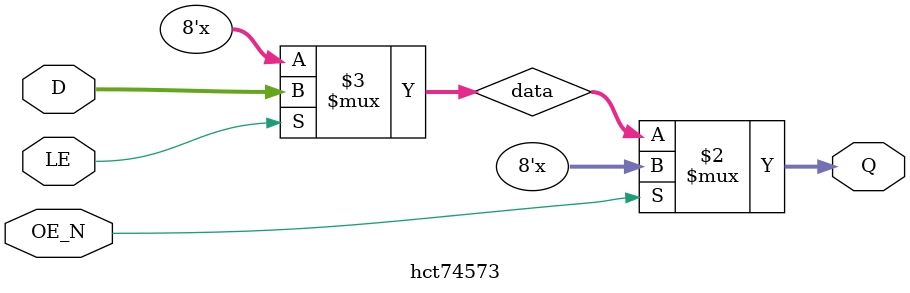
<source format=v>
/* octal d-type transparent latch.
 Same model as 74373 but with timings from HCT573
 
 LE = H is transparent
 OE_N = H is Z
 
 Timings have are for 74HCT573
 https://assets.nexperia.com/documents/data-sheet/74HC_HCT573.pdf
 https://assets.nexperia.com/documents/data-sheet/74HC_HCT373.pdf
 */

`timescale 1ns/100ps
module hct74573 (input [7:0] D,
                 output [7:0] Q,
                 input LE,
                 input OE_N);
    
    reg [7:0] data;
    
    specify
    (D => Q) = (17);
    (LE *> Q) = (15);
    (OE_N *> Q) = (18);
    endspecify
    
    always @(D or LE)
        if (LE)
        begin
            data <= D;
        end
    
    assign Q = OE_N ? 8'bz : data;
    
endmodule

</source>
